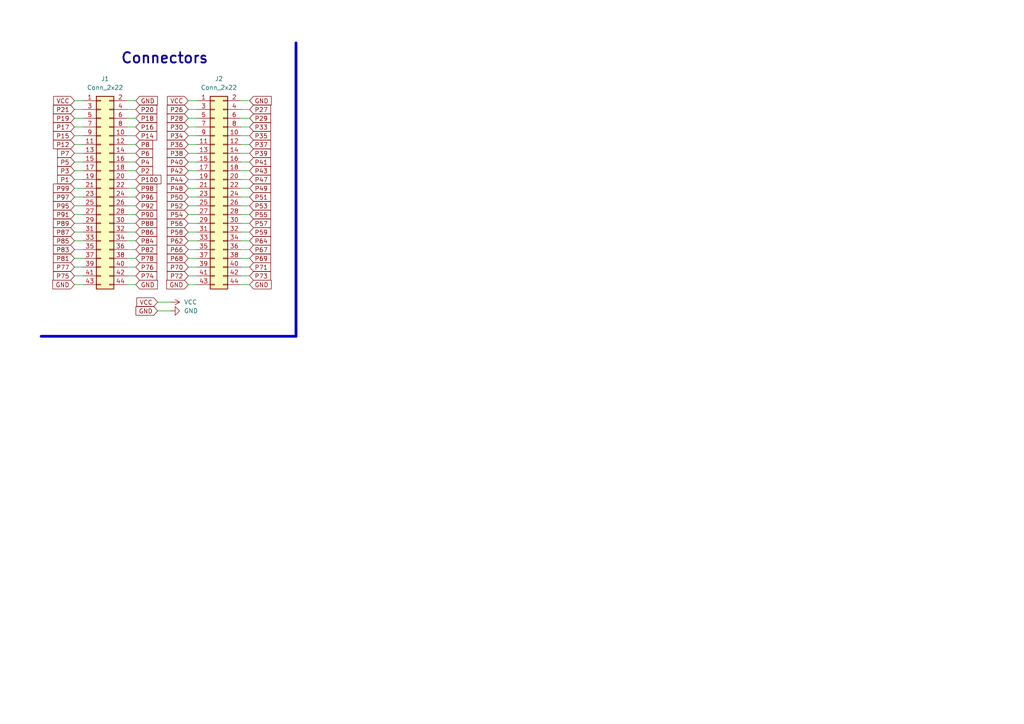
<source format=kicad_sch>
(kicad_sch (version 20250114) (generator "eeschema") (generator_version "9.0")
  (paper "A4")
  (title_block (title "EPM204 Altera board blue") (date "2025-08-29") (rev "0.0.1") (comment 1 "Manuel Alejandro Baez Ponce"))
  (lib_symbols
    (symbol "Connector_Generic:Conn_02x22_Odd_Even" (pin_names (offset 1.016) (hide yes))
      (property "Reference" "J" (at 1.27 27.94 0))
      (property "Value" "Conn_02x22_Odd_Even" (at 1.27 -30.48 0))
      (symbol "Conn_02x22_Odd_Even_1_1"
        (rectangle (start -1.27 26.67) (end 3.81 -29.21) (stroke (width 0.254)) (fill (type background)))
        (rectangle (start -1.27 25.527) (end 0 25.273) (stroke (width 0.1524)))
        (rectangle (start -1.27 22.987) (end 0 22.733) (stroke (width 0.1524)))
        (rectangle (start -1.27 20.447) (end 0 20.193) (stroke (width 0.1524)))
        (rectangle (start -1.27 17.907) (end 0 17.653) (stroke (width 0.1524)))
        (rectangle (start -1.27 15.367) (end 0 15.113) (stroke (width 0.1524)))
        (rectangle (start -1.27 12.827) (end 0 12.573) (stroke (width 0.1524)))
        (rectangle (start -1.27 10.287) (end 0 10.033) (stroke (width 0.1524)))
        (rectangle (start -1.27 7.747) (end 0 7.493) (stroke (width 0.1524)))
        (rectangle (start -1.27 5.207) (end 0 4.953) (stroke (width 0.1524)))
        (rectangle (start -1.27 2.667) (end 0 2.413) (stroke (width 0.1524)))
        (rectangle (start -1.27 0.127) (end 0 -0.127) (stroke (width 0.1524)))
        (rectangle (start -1.27 -2.413) (end 0 -2.667) (stroke (width 0.1524)))
        (rectangle (start -1.27 -4.953) (end 0 -5.207) (stroke (width 0.1524)))
        (rectangle (start -1.27 -7.493) (end 0 -7.747) (stroke (width 0.1524)))
        (rectangle (start -1.27 -10.033) (end 0 -10.287) (stroke (width 0.1524)))
        (rectangle (start -1.27 -12.573) (end 0 -12.827) (stroke (width 0.1524)))
        (rectangle (start -1.27 -15.113) (end 0 -15.367) (stroke (width 0.1524)))
        (rectangle (start -1.27 -17.653) (end 0 -17.907) (stroke (width 0.1524)))
        (rectangle (start -1.27 -20.193) (end 0 -20.447) (stroke (width 0.1524)))
        (rectangle (start -1.27 -22.733) (end 0 -22.987) (stroke (width 0.1524)))
        (rectangle (start -1.27 -25.273) (end 0 -25.527) (stroke (width 0.1524)))
        (rectangle (start -1.27 -27.813) (end 0 -28.067) (stroke (width 0.1524)))
        (rectangle (start 3.81 25.527) (end 2.54 25.273) (stroke (width 0.1524)))
        (rectangle (start 3.81 22.987) (end 2.54 22.733) (stroke (width 0.1524)))
        (rectangle (start 3.81 20.447) (end 2.54 20.193) (stroke (width 0.1524)))
        (rectangle (start 3.81 17.907) (end 2.54 17.653) (stroke (width 0.1524)))
        (rectangle (start 3.81 15.367) (end 2.54 15.113) (stroke (width 0.1524)))
        (rectangle (start 3.81 12.827) (end 2.54 12.573) (stroke (width 0.1524)))
        (rectangle (start 3.81 10.287) (end 2.54 10.033) (stroke (width 0.1524)))
        (rectangle (start 3.81 7.747) (end 2.54 7.493) (stroke (width 0.1524)))
        (rectangle (start 3.81 5.207) (end 2.54 4.953) (stroke (width 0.1524)))
        (rectangle (start 3.81 2.667) (end 2.54 2.413) (stroke (width 0.1524)))
        (rectangle (start 3.81 0.127) (end 2.54 -0.127) (stroke (width 0.1524)))
        (rectangle (start 3.81 -2.413) (end 2.54 -2.667) (stroke (width 0.1524)))
        (rectangle (start 3.81 -4.953) (end 2.54 -5.207) (stroke (width 0.1524)))
        (rectangle (start 3.81 -7.493) (end 2.54 -7.747) (stroke (width 0.1524)))
        (rectangle (start 3.81 -10.033) (end 2.54 -10.287) (stroke (width 0.1524)))
        (rectangle (start 3.81 -12.573) (end 2.54 -12.827) (stroke (width 0.1524)))
        (rectangle (start 3.81 -15.113) (end 2.54 -15.367) (stroke (width 0.1524)))
        (rectangle (start 3.81 -17.653) (end 2.54 -17.907) (stroke (width 0.1524)))
        (rectangle (start 3.81 -20.193) (end 2.54 -20.447) (stroke (width 0.1524)))
        (rectangle (start 3.81 -22.733) (end 2.54 -22.987) (stroke (width 0.1524)))
        (rectangle (start 3.81 -25.273) (end 2.54 -25.527) (stroke (width 0.1524)))
        (rectangle (start 3.81 -27.813) (end 2.54 -28.067) (stroke (width 0.1524)))
        (pin passive line (at -5.08 25.4 0) (length 3.81) (name "Pin_1") (number "1"))
        (pin passive line (at -5.08 22.86 0) (length 3.81) (name "Pin_3") (number "3"))
        (pin passive line (at -5.08 20.32 0) (length 3.81) (name "Pin_5") (number "5"))
        (pin passive line (at -5.08 17.78 0) (length 3.81) (name "Pin_7") (number "7"))
        (pin passive line (at -5.08 15.24 0) (length 3.81) (name "Pin_9") (number "9"))
        (pin passive line (at -5.08 12.7 0) (length 3.81) (name "Pin_11") (number "11"))
        (pin passive line (at -5.08 10.16 0) (length 3.81) (name "Pin_13") (number "13"))
        (pin passive line (at -5.08 7.62 0) (length 3.81) (name "Pin_15") (number "15"))
        (pin passive line (at -5.08 5.08 0) (length 3.81) (name "Pin_17") (number "17"))
        (pin passive line (at -5.08 2.54 0) (length 3.81) (name "Pin_19") (number "19"))
        (pin passive line (at -5.08 0 0) (length 3.81) (name "Pin_21") (number "21"))
        (pin passive line (at -5.08 -2.54 0) (length 3.81) (name "Pin_23") (number "23"))
        (pin passive line (at -5.08 -5.08 0) (length 3.81) (name "Pin_25") (number "25"))
        (pin passive line (at -5.08 -7.62 0) (length 3.81) (name "Pin_27") (number "27"))
        (pin passive line (at -5.08 -10.16 0) (length 3.81) (name "Pin_29") (number "29"))
        (pin passive line (at -5.08 -12.7 0) (length 3.81) (name "Pin_31") (number "31"))
        (pin passive line (at -5.08 -15.24 0) (length 3.81) (name "Pin_33") (number "33"))
        (pin passive line (at -5.08 -17.78 0) (length 3.81) (name "Pin_35") (number "35"))
        (pin passive line (at -5.08 -20.32 0) (length 3.81) (name "Pin_37") (number "37"))
        (pin passive line (at -5.08 -22.86 0) (length 3.81) (name "Pin_39") (number "39"))
        (pin passive line (at -5.08 -25.4 0) (length 3.81) (name "Pin_41") (number "41"))
        (pin passive line (at -5.08 -27.94 0) (length 3.81) (name "Pin_43") (number "43"))
        (pin passive line (at 7.62 25.4 180) (length 3.81) (name "Pin_2") (number "2"))
        (pin passive line (at 7.62 22.86 180) (length 3.81) (name "Pin_4") (number "4"))
        (pin passive line (at 7.62 20.32 180) (length 3.81) (name "Pin_6") (number "6"))
        (pin passive line (at 7.62 17.78 180) (length 3.81) (name "Pin_8") (number "8"))
        (pin passive line (at 7.62 15.24 180) (length 3.81) (name "Pin_10") (number "10"))
        (pin passive line (at 7.62 12.7 180) (length 3.81) (name "Pin_12") (number "12"))
        (pin passive line (at 7.62 10.16 180) (length 3.81) (name "Pin_14") (number "14"))
        (pin passive line (at 7.62 7.62 180) (length 3.81) (name "Pin_16") (number "16"))
        (pin passive line (at 7.62 5.08 180) (length 3.81) (name "Pin_18") (number "18"))
        (pin passive line (at 7.62 2.54 180) (length 3.81) (name "Pin_20") (number "20"))
        (pin passive line (at 7.62 0 180) (length 3.81) (name "Pin_22") (number "22"))
        (pin passive line (at 7.62 -2.54 180) (length 3.81) (name "Pin_24") (number "24"))
        (pin passive line (at 7.62 -5.08 180) (length 3.81) (name "Pin_26") (number "26"))
        (pin passive line (at 7.62 -7.62 180) (length 3.81) (name "Pin_28") (number "28"))
        (pin passive line (at 7.62 -10.16 180) (length 3.81) (name "Pin_30") (number "30"))
        (pin passive line (at 7.62 -12.7 180) (length 3.81) (name "Pin_32") (number "32"))
        (pin passive line (at 7.62 -15.24 180) (length 3.81) (name "Pin_34") (number "34"))
        (pin passive line (at 7.62 -17.78 180) (length 3.81) (name "Pin_36") (number "36"))
        (pin passive line (at 7.62 -20.32 180) (length 3.81) (name "Pin_38") (number "38"))
        (pin passive line (at 7.62 -22.86 180) (length 3.81) (name "Pin_40") (number "40"))
        (pin passive line (at 7.62 -25.4 180) (length 3.81) (name "Pin_42") (number "42"))
        (pin passive line (at 7.62 -27.94 180) (length 3.81) (name "Pin_44") (number "44"))
      )
    )
    (symbol "power:GND" (power) (pin_numbers (hide yes)) (pin_names (offset 0) (hide yes))
      (property "Value" "GND" (at 0 -3.81 0))
      (symbol "GND_0_1"
        (polyline (pts (xy 0 0) (xy 0 -1.27) (xy 1.27 -1.27) (xy 0 -2.54) (xy -1.27 -1.27) (xy 0 -1.27)))
      )
      (symbol "GND_1_1"
        (pin power_in line (at 0 0 270) (length 0) (name "~") (number "1"))
      )
    )
    (symbol "power:VCC" (power) (pin_numbers (hide yes)) (pin_names (offset 0) (hide yes))
      (property "Value" "VCC" (at 0 3.556 0))
      (symbol "VCC_0_1"
        (polyline (pts (xy -0.762 1.27) (xy 0 2.54)))
        (polyline (pts (xy 0 2.54) (xy 0.762 1.27)))
        (polyline (pts (xy 0 0) (xy 0 2.54)))
      )
      (symbol "VCC_1_1"
        (pin power_in line (at 0 0 90) (length 0) (name "~") (number "1"))
      )
    )
  )
  (text "Connectors" (at 47.752 17.018 0) (effects (font (size 3 3) (thickness 0.5) (bold yes))))
  (wire (pts (xy 36.83 62.23) (xy 39.37 62.23)))
  (wire (pts (xy 36.83 36.83) (xy 39.37 36.83)))
  (wire (pts (xy 54.61 72.39) (xy 57.15 72.39)))
  (wire (pts (xy 69.85 57.15) (xy 72.39 57.15)))
  (wire (pts (xy 54.61 57.15) (xy 57.15 57.15)))
  (wire (pts (xy 21.59 39.37) (xy 24.13 39.37)))
  (wire (pts (xy 21.59 74.93) (xy 24.13 74.93)))
  (wire (pts (xy 54.61 80.01) (xy 57.15 80.01)))
  (wire (pts (xy 69.85 72.39) (xy 72.39 72.39)))
  (wire (pts (xy 36.83 31.75) (xy 39.37 31.75)))
  (wire (pts (xy 21.59 29.21) (xy 24.13 29.21)))
  (wire (pts (xy 54.61 77.47) (xy 57.15 77.47)))
  (wire (pts (xy 21.59 46.99) (xy 24.13 46.99)))
  (wire (pts (xy 21.59 36.83) (xy 24.13 36.83)))
  (wire (pts (xy 54.61 52.07) (xy 57.15 52.07)))
  (wire (pts (xy 36.83 39.37) (xy 39.37 39.37)))
  (wire (pts (xy 21.59 82.55) (xy 24.13 82.55)))
  (wire (pts (xy 21.59 57.15) (xy 24.13 57.15)))
  (polyline (pts (xy 11.938 97.536) (xy 85.852 97.536)) (stroke (width 0.8) (type solid)))
  (wire (pts (xy 54.61 49.53) (xy 57.15 49.53)))
  (wire (pts (xy 36.83 74.93) (xy 39.37 74.93)))
  (wire (pts (xy 21.59 64.77) (xy 24.13 64.77)))
  (wire (pts (xy 21.59 59.69) (xy 24.13 59.69)))
  (wire (pts (xy 54.61 29.21) (xy 57.15 29.21)))
  (wire (pts (xy 54.61 46.99) (xy 57.15 46.99)))
  (wire (pts (xy 36.83 72.39) (xy 39.37 72.39)))
  (wire (pts (xy 69.85 54.61) (xy 72.39 54.61)))
  (wire (pts (xy 21.59 34.29) (xy 24.13 34.29)))
  (wire (pts (xy 54.61 82.55) (xy 57.15 82.55)))
  (wire (pts (xy 69.85 44.45) (xy 72.39 44.45)))
  (wire (pts (xy 54.61 44.45) (xy 57.15 44.45)))
  (wire (pts (xy 21.59 49.53) (xy 24.13 49.53)))
  (wire (pts (xy 54.61 74.93) (xy 57.15 74.93)))
  (wire (pts (xy 54.61 31.75) (xy 57.15 31.75)))
  (wire (pts (xy 54.61 54.61) (xy 57.15 54.61)))
  (wire (pts (xy 69.85 80.01) (xy 72.39 80.01)))
  (wire (pts (xy 69.85 67.31) (xy 72.39 67.31)))
  (wire (pts (xy 69.85 74.93) (xy 72.39 74.93)))
  (wire (pts (xy 69.85 82.55) (xy 72.39 82.55)))
  (wire (pts (xy 36.83 52.07) (xy 39.37 52.07)))
  (wire (pts (xy 69.85 62.23) (xy 72.39 62.23)))
  (wire (pts (xy 36.83 64.77) (xy 39.37 64.77)))
  (wire (pts (xy 36.83 57.15) (xy 39.37 57.15)))
  (wire (pts (xy 69.85 34.29) (xy 72.39 34.29)))
  (wire (pts (xy 54.61 34.29) (xy 57.15 34.29)))
  (wire (pts (xy 21.59 62.23) (xy 24.13 62.23)))
  (wire (pts (xy 36.83 46.99) (xy 39.37 46.99)))
  (wire (pts (xy 36.83 67.31) (xy 39.37 67.31)))
  (wire (pts (xy 21.59 69.85) (xy 24.13 69.85)))
  (wire (pts (xy 21.59 52.07) (xy 24.13 52.07)))
  (wire (pts (xy 54.61 62.23) (xy 57.15 62.23)))
  (wire (pts (xy 69.85 59.69) (xy 72.39 59.69)))
  (wire (pts (xy 36.83 77.47) (xy 39.37 77.47)))
  (wire (pts (xy 36.83 29.21) (xy 39.37 29.21)))
  (polyline (pts (xy 85.852 12.446) (xy 85.852 97.536)) (stroke (width 0.8) (type solid)))
  (wire (pts (xy 69.85 39.37) (xy 72.39 39.37)))
  (wire (pts (xy 36.83 54.61) (xy 39.37 54.61)))
  (wire (pts (xy 36.83 69.85) (xy 39.37 69.85)))
  (wire (pts (xy 54.61 67.31) (xy 57.15 67.31)))
  (wire (pts (xy 36.83 49.53) (xy 39.37 49.53)))
  (wire (pts (xy 69.85 77.47) (xy 72.39 77.47)))
  (wire (pts (xy 69.85 69.85) (xy 72.39 69.85)))
  (wire (pts (xy 69.85 41.91) (xy 72.39 41.91)))
  (wire (pts (xy 54.61 41.91) (xy 57.15 41.91)))
  (wire (pts (xy 69.85 31.75) (xy 72.39 31.75)))
  (wire (pts (xy 36.83 59.69) (xy 39.37 59.69)))
  (wire (pts (xy 45.72 90.17) (xy 49.53 90.17)))
  (wire (pts (xy 21.59 41.91) (xy 24.13 41.91)))
  (wire (pts (xy 36.83 82.55) (xy 39.37 82.55)))
  (wire (pts (xy 54.61 64.77) (xy 57.15 64.77)))
  (wire (pts (xy 36.83 34.29) (xy 39.37 34.29)))
  (wire (pts (xy 69.85 46.99) (xy 72.39 46.99)))
  (wire (pts (xy 69.85 64.77) (xy 72.39 64.77)))
  (wire (pts (xy 21.59 54.61) (xy 24.13 54.61)))
  (wire (pts (xy 54.61 69.85) (xy 57.15 69.85)))
  (wire (pts (xy 54.61 39.37) (xy 57.15 39.37)))
  (wire (pts (xy 21.59 44.45) (xy 24.13 44.45)))
  (wire (pts (xy 21.59 67.31) (xy 24.13 67.31)))
  (wire (pts (xy 21.59 80.01) (xy 24.13 80.01)))
  (wire (pts (xy 69.85 36.83) (xy 72.39 36.83)))
  (wire (pts (xy 21.59 31.75) (xy 24.13 31.75)))
  (wire (pts (xy 54.61 36.83) (xy 57.15 36.83)))
  (wire (pts (xy 21.59 72.39) (xy 24.13 72.39)))
  (wire (pts (xy 54.61 59.69) (xy 57.15 59.69)))
  (wire (pts (xy 36.83 41.91) (xy 39.37 41.91)))
  (wire (pts (xy 69.85 29.21) (xy 72.39 29.21)))
  (wire (pts (xy 45.72 87.63) (xy 49.53 87.63)))
  (wire (pts (xy 36.83 44.45) (xy 39.37 44.45)))
  (wire (pts (xy 36.83 80.01) (xy 39.37 80.01)))
  (wire (pts (xy 69.85 49.53) (xy 72.39 49.53)))
  (wire (pts (xy 21.59 77.47) (xy 24.13 77.47)))
  (wire (pts (xy 69.85 52.07) (xy 72.39 52.07)))
  (global_label "P57" (shape input) (at 72.39 64.77 0) (property "Intersheetrefs" "${INTERSHEET_REFS}" (effects (hide yes))))
  (global_label "P43" (shape input) (at 72.39 49.53 0) (property "Intersheetrefs" "${INTERSHEET_REFS}" (effects (hide yes))))
  (global_label "P2" (shape input) (at 39.37 49.53 0) (property "Intersheetrefs" "${INTERSHEET_REFS}" (effects (hide yes))))
  (global_label "VCC" (shape input) (at 45.72 87.63 180) (property "Intersheetrefs" "${INTERSHEET_REFS}" (effects (hide yes))))
  (global_label "GND" (shape input) (at 72.39 82.55 0) (property "Intersheetrefs" "${INTERSHEET_REFS}" (effects (hide yes))))
  (global_label "P96" (shape input) (at 39.37 57.15 0) (property "Intersheetrefs" "${INTERSHEET_REFS}" (effects (hide yes))))
  (global_label "P58" (shape input) (at 54.61 67.31 180) (property "Intersheetrefs" "${INTERSHEET_REFS}" (effects (hide yes))))
  (global_label "P3" (shape input) (at 21.59 49.53 180) (property "Intersheetrefs" "${INTERSHEET_REFS}" (effects (hide yes))))
  (global_label "P68" (shape input) (at 54.61 74.93 180) (property "Intersheetrefs" "${INTERSHEET_REFS}" (effects (hide yes))))
  (global_label "P41" (shape input) (at 72.39 46.99 0) (property "Intersheetrefs" "${INTERSHEET_REFS}" (effects (hide yes))))
  (global_label "P64" (shape input) (at 72.39 69.85 0) (property "Intersheetrefs" "${INTERSHEET_REFS}" (effects (hide yes))))
  (global_label "P75" (shape input) (at 21.59 80.01 180) (property "Intersheetrefs" "${INTERSHEET_REFS}" (effects (hide yes))))
  (global_label "P4" (shape input) (at 39.37 46.99 0) (property "Intersheetrefs" "${INTERSHEET_REFS}" (effects (hide yes))))
  (global_label "GND" (shape input) (at 45.72 90.17 180) (effects (font (thickness 0.1588))) (property "Intersheetrefs" "${INTERSHEET_REFS}" (effects (hide yes))))
  (global_label "P90" (shape input) (at 39.37 62.23 0) (property "Intersheetrefs" "${INTERSHEET_REFS}" (effects (hide yes))))
  (global_label "P40" (shape input) (at 54.61 46.99 180) (property "Intersheetrefs" "${INTERSHEET_REFS}" (effects (hide yes))))
  (global_label "P98" (shape input) (at 39.37 54.61 0) (property "Intersheetrefs" "${INTERSHEET_REFS}" (effects (hide yes))))
  (global_label "P89" (shape input) (at 21.59 64.77 180) (property "Intersheetrefs" "${INTERSHEET_REFS}" (effects (hide yes))))
  (global_label "P55" (shape input) (at 72.39 62.23 0) (property "Intersheetrefs" "${INTERSHEET_REFS}" (effects (hide yes))))
  (global_label "P72" (shape input) (at 54.61 80.01 180) (property "Intersheetrefs" "${INTERSHEET_REFS}" (effects (hide yes))))
  (global_label "P97" (shape input) (at 21.59 57.15 180) (property "Intersheetrefs" "${INTERSHEET_REFS}" (effects (hide yes))))
  (global_label "P6" (shape input) (at 39.37 44.45 0) (property "Intersheetrefs" "${INTERSHEET_REFS}" (effects (hide yes))))
  (global_label "P47" (shape input) (at 72.39 52.07 0) (property "Intersheetrefs" "${INTERSHEET_REFS}" (effects (hide yes))))
  (global_label "P12" (shape input) (at 21.59 41.91 180) (property "Intersheetrefs" "${INTERSHEET_REFS}" (effects (hide yes))))
  (global_label "P73" (shape input) (at 72.39 80.01 0) (property "Intersheetrefs" "${INTERSHEET_REFS}" (effects (hide yes))))
  (global_label "P28" (shape input) (at 54.61 34.29 180) (property "Intersheetrefs" "${INTERSHEET_REFS}" (effects (hide yes))))
  (global_label "P18" (shape input) (at 39.37 34.29 0) (property "Intersheetrefs" "${INTERSHEET_REFS}" (effects (hide yes))))
  (global_label "P56" (shape input) (at 54.61 64.77 180) (property "Intersheetrefs" "${INTERSHEET_REFS}" (effects (hide yes))))
  (global_label "P100" (shape input) (at 39.37 52.07 0) (property "Intersheetrefs" "${INTERSHEET_REFS}" (effects (hide yes))))
  (global_label "VCC" (shape input) (at 54.61 29.21 180) (property "Intersheetrefs" "${INTERSHEET_REFS}" (effects (hide yes))))
  (global_label "GND" (shape input) (at 54.61 82.55 180) (property "Intersheetrefs" "${INTERSHEET_REFS}" (effects (hide yes))))
  (global_label "P82" (shape input) (at 39.37 72.39 0) (property "Intersheetrefs" "${INTERSHEET_REFS}" (effects (hide yes))))
  (global_label "P44" (shape input) (at 54.61 52.07 180) (property "Intersheetrefs" "${INTERSHEET_REFS}" (effects (hide yes))))
  (global_label "P52" (shape input) (at 54.61 59.69 180) (property "Intersheetrefs" "${INTERSHEET_REFS}" (effects (hide yes))))
  (global_label "P83" (shape input) (at 21.59 72.39 180) (property "Intersheetrefs" "${INTERSHEET_REFS}" (effects (hide yes))))
  (global_label "P76" (shape input) (at 39.37 77.47 0) (property "Intersheetrefs" "${INTERSHEET_REFS}" (effects (hide yes))))
  (global_label "P26" (shape input) (at 54.61 31.75 180) (effects (font (thickness 0.1588))) (property "Intersheetrefs" "${INTERSHEET_REFS}" (effects (hide yes))))
  (global_label "P99" (shape input) (at 21.59 54.61 180) (property "Intersheetrefs" "${INTERSHEET_REFS}" (effects (hide yes))))
  (global_label "P15" (shape input) (at 21.59 39.37 180) (property "Intersheetrefs" "${INTERSHEET_REFS}" (effects (hide yes))))
  (global_label "P81" (shape input) (at 21.59 74.93 180) (property "Intersheetrefs" "${INTERSHEET_REFS}" (effects (hide yes))))
  (global_label "P67" (shape input) (at 72.39 72.39 0) (property "Intersheetrefs" "${INTERSHEET_REFS}" (effects (hide yes))))
  (global_label "P53" (shape input) (at 72.39 59.69 0) (property "Intersheetrefs" "${INTERSHEET_REFS}" (effects (hide yes))))
  (global_label "P77" (shape input) (at 21.59 77.47 180) (property "Intersheetrefs" "${INTERSHEET_REFS}" (effects (hide yes))))
  (global_label "VCC" (shape input) (at 21.59 29.21 180) (property "Intersheetrefs" "${INTERSHEET_REFS}" (effects (hide yes))))
  (global_label "P5" (shape input) (at 21.59 46.99 180) (property "Intersheetrefs" "${INTERSHEET_REFS}" (effects (hide yes))))
  (global_label "P62" (shape input) (at 54.61 69.85 180) (property "Intersheetrefs" "${INTERSHEET_REFS}" (effects (hide yes))))
  (global_label "P70" (shape input) (at 54.61 77.47 180) (property "Intersheetrefs" "${INTERSHEET_REFS}" (effects (hide yes))))
  (global_label "P87" (shape input) (at 21.59 67.31 180) (property "Intersheetrefs" "${INTERSHEET_REFS}" (effects (hide yes))))
  (global_label "P33" (shape input) (at 72.39 36.83 0) (property "Intersheetrefs" "${INTERSHEET_REFS}" (effects (hide yes))))
  (global_label "P34" (shape input) (at 54.61 39.37 180) (property "Intersheetrefs" "${INTERSHEET_REFS}" (effects (hide yes))))
  (global_label "P16" (shape input) (at 39.37 36.83 0) (property "Intersheetrefs" "${INTERSHEET_REFS}" (effects (hide yes))))
  (global_label "P59" (shape input) (at 72.39 67.31 0) (property "Intersheetrefs" "${INTERSHEET_REFS}" (effects (hide yes))))
  (global_label "P85" (shape input) (at 21.59 69.85 180) (property "Intersheetrefs" "${INTERSHEET_REFS}" (effects (hide yes))))
  (global_label "P36" (shape input) (at 54.61 41.91 180) (property "Intersheetrefs" "${INTERSHEET_REFS}" (effects (hide yes))))
  (global_label "GND" (shape input) (at 72.39 29.21 0) (effects (font (thickness 0.1588))) (property "Intersheetrefs" "${INTERSHEET_REFS}" (effects (hide yes))))
  (global_label "P78" (shape input) (at 39.37 74.93 0) (property "Intersheetrefs" "${INTERSHEET_REFS}" (effects (hide yes))))
  (global_label "P21" (shape input) (at 21.59 31.75 180) (effects (font (thickness 0.1588))) (property "Intersheetrefs" "${INTERSHEET_REFS}" (effects (hide yes))))
  (global_label "P50" (shape input) (at 54.61 57.15 180) (property "Intersheetrefs" "${INTERSHEET_REFS}" (effects (hide yes))))
  (global_label "P35" (shape input) (at 72.39 39.37 0) (property "Intersheetrefs" "${INTERSHEET_REFS}" (effects (hide yes))))
  (global_label "P88" (shape input) (at 39.37 64.77 0) (property "Intersheetrefs" "${INTERSHEET_REFS}" (effects (hide yes))))
  (global_label "P74" (shape input) (at 39.37 80.01 0) (property "Intersheetrefs" "${INTERSHEET_REFS}" (effects (hide yes))))
  (global_label "P48" (shape input) (at 54.61 54.61 180) (property "Intersheetrefs" "${INTERSHEET_REFS}" (effects (hide yes))))
  (global_label "P30" (shape input) (at 54.61 36.83 180) (property "Intersheetrefs" "${INTERSHEET_REFS}" (effects (hide yes))))
  (global_label "P14" (shape input) (at 39.37 39.37 0) (property "Intersheetrefs" "${INTERSHEET_REFS}" (effects (hide yes))))
  (global_label "GND" (shape input) (at 21.59 82.55 180) (property "Intersheetrefs" "${INTERSHEET_REFS}" (effects (hide yes))))
  (global_label "P49" (shape input) (at 72.39 54.61 0) (property "Intersheetrefs" "${INTERSHEET_REFS}" (effects (hide yes))))
  (global_label "GND" (shape input) (at 39.37 29.21 0) (effects (font (thickness 0.1588))) (property "Intersheetrefs" "${INTERSHEET_REFS}" (effects (hide yes))))
  (global_label "P95" (shape input) (at 21.59 59.69 180) (property "Intersheetrefs" "${INTERSHEET_REFS}" (effects (hide yes))))
  (global_label "P17" (shape input) (at 21.59 36.83 180) (property "Intersheetrefs" "${INTERSHEET_REFS}" (effects (hide yes))))
  (global_label "P91" (shape input) (at 21.59 62.23 180) (property "Intersheetrefs" "${INTERSHEET_REFS}" (effects (hide yes))))
  (global_label "P54" (shape input) (at 54.61 62.23 180) (property "Intersheetrefs" "${INTERSHEET_REFS}" (effects (hide yes))))
  (global_label "P71" (shape input) (at 72.39 77.47 0) (property "Intersheetrefs" "${INTERSHEET_REFS}" (effects (hide yes))))
  (global_label "P19" (shape input) (at 21.59 34.29 180) (property "Intersheetrefs" "${INTERSHEET_REFS}" (effects (hide yes))))
  (global_label "P51" (shape input) (at 72.39 57.15 0) (property "Intersheetrefs" "${INTERSHEET_REFS}" (effects (hide yes))))
  (global_label "P92" (shape input) (at 39.37 59.69 0) (property "Intersheetrefs" "${INTERSHEET_REFS}" (effects (hide yes))))
  (global_label "P38" (shape input) (at 54.61 44.45 180) (property "Intersheetrefs" "${INTERSHEET_REFS}" (effects (hide yes))))
  (global_label "GND" (shape input) (at 39.37 82.55 0) (property "Intersheetrefs" "${INTERSHEET_REFS}" (effects (hide yes))))
  (global_label "P69" (shape input) (at 72.39 74.93 0) (property "Intersheetrefs" "${INTERSHEET_REFS}" (effects (hide yes))))
  (global_label "P7" (shape input) (at 21.59 44.45 180) (property "Intersheetrefs" "${INTERSHEET_REFS}" (effects (hide yes))))
  (global_label "P66" (shape input) (at 54.61 72.39 180) (property "Intersheetrefs" "${INTERSHEET_REFS}" (effects (hide yes))))
  (global_label "P84" (shape input) (at 39.37 69.85 0) (property "Intersheetrefs" "${INTERSHEET_REFS}" (effects (hide yes))))
  (global_label "P86" (shape input) (at 39.37 67.31 0) (property "Intersheetrefs" "${INTERSHEET_REFS}" (effects (hide yes))))
  (global_label "P8" (shape input) (at 39.37 41.91 0) (property "Intersheetrefs" "${INTERSHEET_REFS}" (effects (hide yes))))
  (global_label "P39" (shape input) (at 72.39 44.45 0) (property "Intersheetrefs" "${INTERSHEET_REFS}" (effects (hide yes))))
  (global_label "P29" (shape input) (at 72.39 34.29 0) (effects (font (thickness 0.1588))) (property "Intersheetrefs" "${INTERSHEET_REFS}" (effects (hide yes))))
  (global_label "P42" (shape input) (at 54.61 49.53 180) (property "Intersheetrefs" "${INTERSHEET_REFS}" (effects (hide yes))))
  (global_label "P20" (shape input) (at 39.37 31.75 0) (effects (font (thickness 0.1588))) (property "Intersheetrefs" "${INTERSHEET_REFS}" (effects (hide yes))))
  (global_label "P37" (shape input) (at 72.39 41.91 0) (property "Intersheetrefs" "${INTERSHEET_REFS}" (effects (hide yes))))
  (global_label "P1" (shape input) (at 21.59 52.07 180) (property "Intersheetrefs" "${INTERSHEET_REFS}" (effects (hide yes))))
  (global_label "P27" (shape input) (at 72.39 31.75 0) (property "Intersheetrefs" "${INTERSHEET_REFS}" (effects (hide yes))))
  (symbol (lib_id "Connector_Generic:Conn_02x22_Odd_Even") (at 29.21 54.61 0) (unit 1)
    (property "Reference" "J1" (at 30.48 22.86 0))
    (property "Value" "Conn_2x22" (at 30.48 25.4 0))
    (property "Footprint" "Connector_PinSocket_1.27mm:PinSocket_2x22_P1.27mm_Vertical" (effects (hide yes)))
    (property "Description" "Generic connector, double row, 02x22, odd/even pin numbering scheme (row 1 odd numbers, row 2 even numbers), script generated (kicad-library-utils/schlib/autogen/connector/)" (effects (hide yes)))
  )
  (symbol (lib_id "power:GND") (at 49.53 90.17 90) (unit 1)
    (property "Reference" "#PWR02" (effects (hide yes)))
    (property "Value" "GND" (at 53.34 90.1699 90) (effects (justify right)))
    (property "Description" "Power symbol creates a global label with name \"GND\" , ground" (effects (hide yes)))
  )
  (symbol (lib_id "power:VCC") (at 49.53 87.63 270) (unit 1)
    (property "Reference" "#PWR01" (effects (hide yes)))
    (property "Value" "VCC" (at 53.34 87.6299 90) (effects (justify left)))
    (property "Description" "Power symbol creates a global label with name \"VCC\"" (effects (hide yes)))
  )
  (symbol (lib_id "Connector_Generic:Conn_02x22_Odd_Even") (at 62.23 54.61 0) (unit 1)
    (property "Reference" "J2" (at 63.5 22.86 0))
    (property "Value" "Conn_2x22" (at 63.5 25.4 0))
    (property "Footprint" "Connector_PinSocket_1.27mm:PinSocket_2x22_P1.27mm_Vertical" (effects (hide yes)))
    (property "Description" "Generic connector, double row, 02x22, odd/even pin numbering scheme (row 1 odd numbers, row 2 even numbers), script generated (kicad-library-utils/schlib/autogen/connector/)" (effects (hide yes)))
  )
)
</source>
